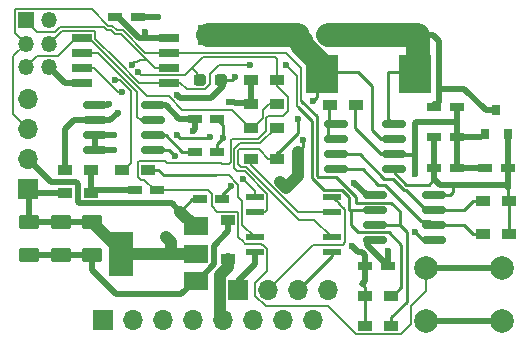
<source format=gtl>
G04 #@! TF.GenerationSoftware,KiCad,Pcbnew,7.0.1-3b83917a11~172~ubuntu20.04.1*
G04 #@! TF.CreationDate,2023-03-25T03:05:00+01:00*
G04 #@! TF.ProjectId,C64Saver2-addon,43363453-6176-4657-9232-2d6164646f6e,1.4*
G04 #@! TF.SameCoordinates,Original*
G04 #@! TF.FileFunction,Copper,L1,Top*
G04 #@! TF.FilePolarity,Positive*
%FSLAX46Y46*%
G04 Gerber Fmt 4.6, Leading zero omitted, Abs format (unit mm)*
G04 Created by KiCad (PCBNEW 7.0.1-3b83917a11~172~ubuntu20.04.1) date 2023-03-25 03:05:00*
%MOMM*%
%LPD*%
G01*
G04 APERTURE LIST*
G04 Aperture macros list*
%AMRoundRect*
0 Rectangle with rounded corners*
0 $1 Rounding radius*
0 $2 $3 $4 $5 $6 $7 $8 $9 X,Y pos of 4 corners*
0 Add a 4 corners polygon primitive as box body*
4,1,4,$2,$3,$4,$5,$6,$7,$8,$9,$2,$3,0*
0 Add four circle primitives for the rounded corners*
1,1,$1+$1,$2,$3*
1,1,$1+$1,$4,$5*
1,1,$1+$1,$6,$7*
1,1,$1+$1,$8,$9*
0 Add four rect primitives between the rounded corners*
20,1,$1+$1,$2,$3,$4,$5,0*
20,1,$1+$1,$4,$5,$6,$7,0*
20,1,$1+$1,$6,$7,$8,$9,0*
20,1,$1+$1,$8,$9,$2,$3,0*%
G04 Aperture macros list end*
G04 #@! TA.AperFunction,ComponentPad*
%ADD10C,2.000000*%
G04 #@! TD*
G04 #@! TA.AperFunction,ComponentPad*
%ADD11R,1.700000X1.700000*%
G04 #@! TD*
G04 #@! TA.AperFunction,ComponentPad*
%ADD12O,1.700000X1.700000*%
G04 #@! TD*
G04 #@! TA.AperFunction,SMDPad,CuDef*
%ADD13R,1.200000X0.750000*%
G04 #@! TD*
G04 #@! TA.AperFunction,SMDPad,CuDef*
%ADD14R,1.200000X0.900000*%
G04 #@! TD*
G04 #@! TA.AperFunction,SMDPad,CuDef*
%ADD15RoundRect,0.137500X-0.662500X-0.137500X0.662500X-0.137500X0.662500X0.137500X-0.662500X0.137500X0*%
G04 #@! TD*
G04 #@! TA.AperFunction,SMDPad,CuDef*
%ADD16RoundRect,0.137500X0.662500X0.137500X-0.662500X0.137500X-0.662500X-0.137500X0.662500X-0.137500X0*%
G04 #@! TD*
G04 #@! TA.AperFunction,SMDPad,CuDef*
%ADD17R,0.800000X0.900000*%
G04 #@! TD*
G04 #@! TA.AperFunction,ComponentPad*
%ADD18R,1.350000X1.350000*%
G04 #@! TD*
G04 #@! TA.AperFunction,ComponentPad*
%ADD19O,1.350000X1.350000*%
G04 #@! TD*
G04 #@! TA.AperFunction,SMDPad,CuDef*
%ADD20R,2.700000X3.200000*%
G04 #@! TD*
G04 #@! TA.AperFunction,SMDPad,CuDef*
%ADD21RoundRect,0.250000X0.625000X-0.375000X0.625000X0.375000X-0.625000X0.375000X-0.625000X-0.375000X0*%
G04 #@! TD*
G04 #@! TA.AperFunction,SMDPad,CuDef*
%ADD22R,2.000000X1.500000*%
G04 #@! TD*
G04 #@! TA.AperFunction,SMDPad,CuDef*
%ADD23R,2.000000X3.800000*%
G04 #@! TD*
G04 #@! TA.AperFunction,SMDPad,CuDef*
%ADD24RoundRect,0.150000X-0.825000X-0.150000X0.825000X-0.150000X0.825000X0.150000X-0.825000X0.150000X0*%
G04 #@! TD*
G04 #@! TA.AperFunction,SMDPad,CuDef*
%ADD25R,1.700000X0.650000*%
G04 #@! TD*
G04 #@! TA.AperFunction,SMDPad,CuDef*
%ADD26RoundRect,0.237500X0.287500X0.237500X-0.287500X0.237500X-0.287500X-0.237500X0.287500X-0.237500X0*%
G04 #@! TD*
G04 #@! TA.AperFunction,ViaPad*
%ADD27C,0.600000*%
G04 #@! TD*
G04 #@! TA.AperFunction,Conductor*
%ADD28C,0.250000*%
G04 #@! TD*
G04 #@! TA.AperFunction,Conductor*
%ADD29C,0.500000*%
G04 #@! TD*
G04 #@! TA.AperFunction,Conductor*
%ADD30C,0.256000*%
G04 #@! TD*
G04 #@! TA.AperFunction,Conductor*
%ADD31C,1.000000*%
G04 #@! TD*
G04 #@! TA.AperFunction,Conductor*
%ADD32C,0.127000*%
G04 #@! TD*
G04 #@! TA.AperFunction,Conductor*
%ADD33C,2.000000*%
G04 #@! TD*
G04 APERTURE END LIST*
D10*
X182372000Y-110617000D03*
X175872000Y-110617000D03*
X182372000Y-106117000D03*
X175872000Y-106117000D03*
D11*
X142240000Y-99441000D03*
D12*
X142240000Y-96901000D03*
X142240000Y-94361000D03*
X142240000Y-91821000D03*
D13*
X176598500Y-95059500D03*
X178498500Y-95059500D03*
D14*
X150200000Y-97790000D03*
X152400000Y-97790000D03*
X161096600Y-96850200D03*
X163296600Y-96850200D03*
X170010000Y-92329000D03*
X167810000Y-92329000D03*
D13*
X158242000Y-93472000D03*
X156342000Y-93472000D03*
D14*
X163322000Y-90170000D03*
X161122000Y-90170000D03*
X180743500Y-100457000D03*
X182943500Y-100457000D03*
X147574000Y-97790000D03*
X145374000Y-97790000D03*
X180743500Y-103251000D03*
X182943500Y-103251000D03*
X172974000Y-108458000D03*
X170774000Y-108458000D03*
X172974000Y-110998000D03*
X170774000Y-110998000D03*
D15*
X161418200Y-103530400D03*
X161418200Y-104800400D03*
X167918200Y-104800400D03*
X167918200Y-103530400D03*
D16*
X167917000Y-101396800D03*
X167917000Y-100126800D03*
X161417000Y-100126800D03*
X161417000Y-101396800D03*
D13*
X158242000Y-96266000D03*
X156342000Y-96266000D03*
X151262000Y-99542600D03*
X153162000Y-99542600D03*
X178498500Y-92456000D03*
X176598500Y-92456000D03*
X180916500Y-97663000D03*
X182816500Y-97663000D03*
X176598500Y-97663000D03*
X178498500Y-97663000D03*
X170754000Y-105918000D03*
X172654000Y-105918000D03*
D17*
X180916500Y-94742000D03*
X182816500Y-94742000D03*
X181866500Y-92742000D03*
D13*
X158648400Y-100304600D03*
X156748400Y-100304600D03*
D11*
X157480000Y-86360000D03*
D12*
X160020000Y-86360000D03*
X162560000Y-86360000D03*
X165100000Y-86360000D03*
X167640000Y-86360000D03*
X170180000Y-86360000D03*
X172720000Y-86360000D03*
X175260000Y-86360000D03*
D11*
X148590000Y-110490000D03*
D12*
X151130000Y-110490000D03*
X153670000Y-110490000D03*
X156210000Y-110490000D03*
X158750000Y-110490000D03*
X161290000Y-110490000D03*
X163830000Y-110490000D03*
X166370000Y-110490000D03*
D11*
X160020000Y-107950000D03*
D12*
X162560000Y-107950000D03*
X165100000Y-107950000D03*
X167640000Y-107950000D03*
D13*
X151506000Y-84836000D03*
X149606000Y-84836000D03*
D14*
X145331000Y-99745800D03*
X147531000Y-99745800D03*
D18*
X142018000Y-85122000D03*
D19*
X144018000Y-85122000D03*
X142018000Y-87122000D03*
X144018000Y-87122000D03*
X142018000Y-89122000D03*
X144018000Y-89122000D03*
D20*
X167106000Y-89662000D03*
X175006000Y-89662000D03*
D14*
X161122000Y-94234000D03*
X163322000Y-94234000D03*
X163322000Y-92202000D03*
X161122000Y-92202000D03*
D21*
X142316000Y-104984000D03*
X142316000Y-102184000D03*
X147599400Y-104984000D03*
X147599400Y-102184000D03*
X144983200Y-104984000D03*
X144983200Y-102184000D03*
D22*
X156414000Y-107202000D03*
X156414000Y-104902000D03*
D23*
X150114000Y-104902000D03*
D22*
X156414000Y-102602000D03*
D14*
X159156400Y-102069900D03*
X159156400Y-105369900D03*
D24*
X168249600Y-93967300D03*
X168249600Y-95237300D03*
X168249600Y-96507300D03*
X168249600Y-97777300D03*
X173199600Y-97777300D03*
X173199600Y-96507300D03*
X173199600Y-95237300D03*
X173199600Y-93967300D03*
X171615100Y-99936300D03*
X171615100Y-101206300D03*
X171615100Y-102476300D03*
X171615100Y-103746300D03*
X176565100Y-103746300D03*
X176565100Y-102476300D03*
X176565100Y-101206300D03*
X176565100Y-99936300D03*
D25*
X146812000Y-86614000D03*
X146812000Y-87884000D03*
X146812000Y-89154000D03*
X146812000Y-90424000D03*
X154112000Y-90424000D03*
X154112000Y-89154000D03*
X154112000Y-87884000D03*
X154112000Y-86614000D03*
D24*
X147878800Y-92329000D03*
X147878800Y-93599000D03*
X147878800Y-94869000D03*
X147878800Y-96139000D03*
X152828800Y-96139000D03*
X152828800Y-94869000D03*
X152828800Y-93599000D03*
X152828800Y-92329000D03*
D26*
X158525000Y-90170000D03*
X156775000Y-90170000D03*
D27*
X152146000Y-86106000D03*
X159250326Y-92075000D03*
X169672000Y-104267000D03*
X156210000Y-94488000D03*
X169799000Y-98933000D03*
X155067000Y-101346000D03*
X166370000Y-91948000D03*
X165039058Y-93532942D03*
X161036000Y-88900000D03*
X164084000Y-88900000D03*
X150202809Y-91195548D03*
X151522215Y-89523785D03*
X149479000Y-94869000D03*
X149479000Y-96139000D03*
X149796283Y-92964000D03*
X149034283Y-92202000D03*
X159766000Y-89916000D03*
X153187400Y-84836000D03*
X163576000Y-98806000D03*
X165481000Y-95250000D03*
X164084000Y-99314000D03*
X154813000Y-94869000D03*
X165100000Y-96266000D03*
X157607000Y-94996000D03*
X154686000Y-96647000D03*
X154813000Y-91440000D03*
X158750000Y-95123000D03*
X159367898Y-99204102D03*
X172654000Y-104714000D03*
X160404486Y-98570729D03*
X153924000Y-103505000D03*
X175006000Y-103060500D03*
X175006000Y-98171000D03*
X151003000Y-88900000D03*
X149606000Y-90170000D03*
D28*
X170520000Y-107442000D02*
X170774000Y-107696000D01*
D29*
X170754000Y-105043000D02*
X170486000Y-104775000D01*
X170486000Y-104775000D02*
X170180000Y-104775000D01*
X154112000Y-86614000D02*
X152146000Y-86614000D01*
D28*
X170774000Y-107696000D02*
X170774000Y-108458000D01*
D29*
X170180000Y-104775000D02*
X169672000Y-104267000D01*
D28*
X170774000Y-110298000D02*
X170774000Y-108458000D01*
D29*
X156342000Y-93472000D02*
X155003500Y-93472000D01*
X170754000Y-105918000D02*
X170754000Y-105043000D01*
X155003500Y-93472000D02*
X153860500Y-92329000D01*
D28*
X170774000Y-110998000D02*
X170774000Y-110298000D01*
D29*
X144184799Y-98845799D02*
X146291001Y-98845799D01*
X146570999Y-100645801D02*
X154366801Y-100645801D01*
X170520000Y-107442000D02*
X170754000Y-107208000D01*
X156342000Y-93472000D02*
X156342000Y-94356000D01*
X146480999Y-99035797D02*
X146480999Y-100555801D01*
X154366801Y-100645801D02*
X155067000Y-101346000D01*
X149831000Y-84836000D02*
X151609000Y-86614000D01*
X151609000Y-86614000D02*
X152762000Y-86614000D01*
D30*
X156108400Y-100304600D02*
X155067000Y-101346000D01*
D29*
X153860500Y-92329000D02*
X153543000Y-92329000D01*
X152762000Y-86614000D02*
X154112000Y-86614000D01*
X169799000Y-98933000D02*
X170942000Y-99949000D01*
X152146000Y-86614000D02*
X152146000Y-86106000D01*
X142240000Y-96901000D02*
X144184799Y-98845799D01*
X146291001Y-98845799D02*
X146480999Y-99035797D01*
X170486000Y-104775000D02*
X170307000Y-104775000D01*
D31*
X156414000Y-102602000D02*
X156323000Y-102602000D01*
D30*
X156748400Y-100304600D02*
X156108400Y-100304600D01*
D29*
X159250326Y-92075000D02*
X161122000Y-92202000D01*
X156342000Y-94356000D02*
X156210000Y-94488000D01*
X146480999Y-100555801D02*
X146570999Y-100645801D01*
X161122000Y-90170000D02*
X161122000Y-92202000D01*
X170754000Y-107208000D02*
X170754000Y-105918000D01*
D31*
X156323000Y-102602000D02*
X155067000Y-101346000D01*
D32*
X161731400Y-96012000D02*
X161856099Y-96136699D01*
D28*
X166370000Y-91948000D02*
X166669999Y-91648001D01*
D33*
X165100000Y-86614000D02*
X165439990Y-86953990D01*
D28*
X172124600Y-95237300D02*
X173199600Y-95237300D01*
X163472000Y-96266000D02*
X165039058Y-94698942D01*
D32*
X165135456Y-102015679D02*
X160683478Y-97563701D01*
D33*
X165439990Y-87271273D02*
X167106000Y-88937283D01*
X160020000Y-86360000D02*
X162560000Y-86360000D01*
X167106000Y-88937283D02*
X167106000Y-89535000D01*
D32*
X161856099Y-96136699D02*
X162569600Y-96850200D01*
X160020000Y-96139000D02*
X160147000Y-96012000D01*
X167918200Y-103530400D02*
X166403479Y-102015679D01*
D28*
X170180000Y-89535000D02*
X171323000Y-90678000D01*
X163296600Y-96291400D02*
X163322000Y-96266000D01*
D32*
X160020000Y-97282000D02*
X160020000Y-96139000D01*
D33*
X157480000Y-86360000D02*
X160020000Y-86360000D01*
D32*
X166403479Y-102015679D02*
X165135456Y-102015679D01*
D28*
X171323000Y-94435700D02*
X172124600Y-95237300D01*
D33*
X162560000Y-86360000D02*
X165100000Y-86360000D01*
D32*
X160683478Y-97563701D02*
X160285799Y-97563701D01*
D28*
X166669999Y-89971001D02*
X167106000Y-89535000D01*
D32*
X160285799Y-97563701D02*
X160020000Y-97297902D01*
D28*
X171323000Y-90678000D02*
X171323000Y-94435700D01*
X165039058Y-94698942D02*
X165039058Y-93532942D01*
X163296600Y-96850200D02*
X163296600Y-96291400D01*
X163322000Y-96266000D02*
X163472000Y-96266000D01*
D33*
X165100000Y-86360000D02*
X165100000Y-86614000D01*
D32*
X162569600Y-96850200D02*
X163296600Y-96850200D01*
D33*
X165439990Y-86953990D02*
X165439990Y-87271273D01*
D28*
X166669999Y-91648001D02*
X166669999Y-89971001D01*
X167106000Y-89535000D02*
X170180000Y-89535000D01*
D32*
X160147000Y-96012000D02*
X161731400Y-96012000D01*
D28*
X165100000Y-107950000D02*
X167918200Y-105131800D01*
X167918200Y-105131800D02*
X167918200Y-104800400D01*
D32*
X169062400Y-103911400D02*
X169062400Y-101412836D01*
X162560000Y-107950000D02*
X166379590Y-104130410D01*
X168652557Y-100765243D02*
X168359824Y-100472510D01*
X168262710Y-100472510D02*
X168359824Y-100472510D01*
X168843390Y-104130410D02*
X169062400Y-103911400D01*
X169029490Y-101379926D02*
X169029490Y-101142176D01*
X169062400Y-101412836D02*
X169029490Y-101379926D01*
X166379590Y-104130410D02*
X168843390Y-104130410D01*
X168359824Y-100472510D02*
X168980510Y-101093196D01*
X167917000Y-100126800D02*
X168262710Y-100472510D01*
X169029490Y-101142176D02*
X168652557Y-100765243D01*
X152307484Y-91567000D02*
X154143797Y-91567000D01*
X146287000Y-86614000D02*
X146812000Y-86614000D01*
X144780000Y-88138000D02*
X143002000Y-88138000D01*
X154143797Y-91567000D02*
X155286797Y-92710000D01*
X162065292Y-92731708D02*
X162595000Y-92202000D01*
X155286797Y-92710000D02*
X159448000Y-92710000D01*
X162595000Y-92202000D02*
X163322000Y-92202000D01*
X146812000Y-86614000D02*
X146304000Y-86614000D01*
X161122000Y-94234000D02*
X161272000Y-94234000D01*
X160972000Y-94234000D02*
X161122000Y-94234000D01*
X162065292Y-93440708D02*
X162065292Y-92731708D01*
X143002000Y-88138000D02*
X142018000Y-89122000D01*
X159448000Y-92710000D02*
X160972000Y-94234000D01*
X161272000Y-94234000D02*
X162065292Y-93440708D01*
X147354484Y-86614000D02*
X152307484Y-91567000D01*
X146304000Y-86614000D02*
X144780000Y-88138000D01*
X146812000Y-86614000D02*
X147354484Y-86614000D01*
X167917000Y-101396800D02*
X165066200Y-101396800D01*
X165066200Y-101396800D02*
X161096600Y-97427200D01*
X161096600Y-97427200D02*
X161096600Y-96850200D01*
X160346912Y-102459112D02*
X160346912Y-100402912D01*
D28*
X153714711Y-98254711D02*
X158090823Y-98254711D01*
D32*
X159214711Y-98254711D02*
X158090823Y-98254711D01*
X160020000Y-99060000D02*
X159214711Y-98254711D01*
D28*
X152400000Y-97790000D02*
X153250000Y-97790000D01*
D32*
X161418200Y-103530400D02*
X160346912Y-102459112D01*
X160346912Y-100402912D02*
X160020000Y-100076000D01*
X160020000Y-100076000D02*
X160020000Y-99060000D01*
D28*
X153250000Y-97790000D02*
X153714711Y-98254711D01*
D29*
X177038000Y-90932000D02*
X177038000Y-92075000D01*
X180966500Y-92742000D02*
X179156500Y-90932000D01*
X176979500Y-92075000D02*
X176598500Y-92456000D01*
X179156500Y-90932000D02*
X177927000Y-90932000D01*
X177038000Y-86935919D02*
X177038000Y-90932000D01*
X177927000Y-90932000D02*
X177038000Y-90932000D01*
D28*
X172720000Y-93487700D02*
X173199600Y-93967300D01*
X175006000Y-89535000D02*
X172720000Y-89535000D01*
X172720000Y-89535000D02*
X172720000Y-93487700D01*
D29*
X176598500Y-92456000D02*
X176598500Y-92260500D01*
X176462081Y-86360000D02*
X177038000Y-86935919D01*
D33*
X172720000Y-86360000D02*
X175260000Y-86360000D01*
D29*
X181866500Y-92742000D02*
X180966500Y-92742000D01*
D33*
X175260000Y-89281000D02*
X175006000Y-89535000D01*
D29*
X177038000Y-92075000D02*
X176979500Y-92075000D01*
D33*
X175260000Y-86360000D02*
X175260000Y-89281000D01*
D29*
X175260000Y-86360000D02*
X176462081Y-86360000D01*
D33*
X170180000Y-86360000D02*
X167640000Y-86360000D01*
X172720000Y-86360000D02*
X170180000Y-86360000D01*
D28*
X180743500Y-103251000D02*
X179893500Y-103251000D01*
X170548300Y-97777300D02*
X168249600Y-97777300D01*
X172466000Y-99060000D02*
X171831000Y-99060000D01*
X176194390Y-102105590D02*
X175511590Y-102105590D01*
X175511590Y-102105590D02*
X172466000Y-99060000D01*
X177292000Y-102489000D02*
X176274590Y-102489000D01*
X177292000Y-102489000D02*
X179131500Y-102489000D01*
X179131500Y-102489000D02*
X179893500Y-103251000D01*
X176565100Y-102476300D02*
X176194390Y-102105590D01*
X171831000Y-99060000D02*
X170548300Y-97777300D01*
X176565100Y-101206300D02*
X175881610Y-101206300D01*
X172333266Y-98557734D02*
X170282832Y-96507300D01*
X173106044Y-98557734D02*
X172333266Y-98557734D01*
X178113500Y-101219000D02*
X177292000Y-101219000D01*
X180743500Y-100457000D02*
X179893500Y-100457000D01*
X179893500Y-100457000D02*
X179131500Y-101219000D01*
X174184811Y-99509501D02*
X174057811Y-99509501D01*
X179131500Y-101219000D02*
X178113500Y-101219000D01*
X174057811Y-99509501D02*
X173106044Y-98557734D01*
X175881610Y-101206300D02*
X174184811Y-99509501D01*
X170282832Y-96507300D02*
X168249600Y-96507300D01*
D29*
X159156400Y-102971600D02*
X159156400Y-102069900D01*
X155183000Y-108331000D02*
X156312000Y-107202000D01*
X157988000Y-105791000D02*
X157988000Y-104267000D01*
X156562000Y-107202000D02*
X157988000Y-105791000D01*
X147599400Y-106289400D02*
X149641000Y-108331000D01*
X142316000Y-104984000D02*
X144983200Y-104984000D01*
X144983200Y-104984000D02*
X147599400Y-104984000D01*
X149641000Y-108331000D02*
X155183000Y-108331000D01*
X147599400Y-104984000D02*
X147599400Y-106289400D01*
X156312000Y-107202000D02*
X156562000Y-107202000D01*
X157988000Y-104267000D02*
X159156400Y-102971600D01*
D28*
X172974000Y-110298000D02*
X174274010Y-108997990D01*
D32*
X142240000Y-94361000D02*
X140970000Y-93091000D01*
D28*
X166680000Y-98304002D02*
X166778308Y-98402310D01*
D32*
X141079499Y-84236199D02*
X141132199Y-84183499D01*
X154112000Y-87884000D02*
X164084000Y-87884000D01*
X164084000Y-87884000D02*
X165354000Y-89154000D01*
D28*
X169974092Y-100093393D02*
X169974092Y-100581290D01*
D32*
X149352000Y-85598000D02*
X149729606Y-85975606D01*
X147592420Y-84183499D02*
X149006921Y-85598000D01*
D28*
X166778308Y-98402310D02*
X168283008Y-98402310D01*
D32*
X141132199Y-84183499D02*
X147592420Y-84183499D01*
D28*
X172971290Y-100581290D02*
X173723300Y-101333300D01*
D32*
X140970000Y-88170000D02*
X142018000Y-87122000D01*
X149006921Y-85598000D02*
X149352000Y-85598000D01*
D28*
X168283008Y-98402310D02*
X169974092Y-100093393D01*
X169974092Y-100581290D02*
X172971290Y-100581290D01*
X166679999Y-93273999D02*
X166680000Y-98304002D01*
X172974000Y-110998000D02*
X172974000Y-110298000D01*
D32*
X149729606Y-85975606D02*
X150244394Y-85975606D01*
X150244394Y-85975606D02*
X152152788Y-87884000D01*
X142018000Y-87122000D02*
X141079499Y-86183499D01*
D28*
X165354000Y-91948000D02*
X166679999Y-93273999D01*
D32*
X140970000Y-93091000D02*
X140970000Y-88170000D01*
X141079499Y-86183499D02*
X141079499Y-84236199D01*
D28*
X174274010Y-108997990D02*
X174274010Y-103027010D01*
D32*
X165354000Y-89154000D02*
X165354000Y-91948000D01*
D28*
X174274010Y-103027010D02*
X173723300Y-102476300D01*
X173723300Y-101333300D02*
X173723300Y-102476300D01*
D32*
X152152788Y-87884000D02*
X154112000Y-87884000D01*
D28*
X173723300Y-102476300D02*
X171615100Y-102476300D01*
X165100000Y-92507411D02*
X166229989Y-93637400D01*
D32*
X149733000Y-88519000D02*
X147925500Y-86711500D01*
X165026990Y-91378501D02*
X165026990Y-89842990D01*
D28*
X169527111Y-101328111D02*
X169527111Y-102484613D01*
X173824000Y-104191998D02*
X173824000Y-107758000D01*
D32*
X158373980Y-88900000D02*
X161036000Y-88900000D01*
D28*
X169527111Y-102484613D02*
X170143808Y-103101310D01*
D32*
X154112000Y-90424000D02*
X155101203Y-90424000D01*
D28*
X169418000Y-101219000D02*
X169527111Y-101328111D01*
X173124000Y-108458000D02*
X172974000Y-108458000D01*
X166229989Y-93637400D02*
X166229989Y-98490401D01*
D32*
X157607000Y-90571538D02*
X157607000Y-89666980D01*
D28*
X169349311Y-100105023D02*
X169349311Y-100651674D01*
X169349311Y-100651674D02*
X169418000Y-100720363D01*
D32*
X164965491Y-92372902D02*
X165100000Y-92507411D01*
X154112000Y-90424000D02*
X151626226Y-90424000D01*
X165026990Y-89842990D02*
X164084000Y-88900000D01*
D28*
X170942000Y-101219000D02*
X169672000Y-101219000D01*
X167266378Y-99526790D02*
X168771078Y-99526790D01*
D32*
X164965491Y-91440000D02*
X164965491Y-92372902D01*
D28*
X172733312Y-103101310D02*
X173824000Y-104191998D01*
D32*
X155101203Y-90424000D02*
X155652693Y-90975490D01*
X145114501Y-86025499D02*
X144018000Y-87122000D01*
X155652693Y-90975490D02*
X157203048Y-90975490D01*
X147925500Y-86122999D02*
X147828000Y-86025499D01*
D28*
X144526000Y-87344000D02*
X144381592Y-87344000D01*
D32*
X165026990Y-91378501D02*
X164965491Y-91440000D01*
D28*
X173824000Y-107758000D02*
X173124000Y-108458000D01*
X169672000Y-101219000D02*
X169418000Y-101219000D01*
X170143808Y-103101310D02*
X172733312Y-103101310D01*
D32*
X147828000Y-86025499D02*
X145114501Y-86025499D01*
X157203048Y-90975490D02*
X157607000Y-90571538D01*
D28*
X166229989Y-98490401D02*
X167266378Y-99526790D01*
D32*
X149733000Y-88530774D02*
X149733000Y-88519000D01*
D28*
X168771078Y-99526790D02*
X169349311Y-100105023D01*
D32*
X151626226Y-90424000D02*
X149733000Y-88530774D01*
X144526000Y-87344000D02*
X144304000Y-87344000D01*
X157607000Y-89666980D02*
X158373980Y-88900000D01*
X147925500Y-86711500D02*
X147925500Y-86122999D01*
D28*
X169418000Y-100720363D02*
X169418000Y-101219000D01*
D32*
X152937000Y-99542600D02*
X153162000Y-99542600D01*
X148082000Y-89442910D02*
X148082000Y-89408000D01*
X159366998Y-97173002D02*
X159258000Y-97282000D01*
X163141010Y-88211010D02*
X157053990Y-88211010D01*
X159967201Y-101356399D02*
X160019901Y-101409099D01*
X151739449Y-98653751D02*
X152048151Y-98653751D01*
X160019901Y-103499215D02*
X160467343Y-103946657D01*
X160019901Y-101409099D02*
X160019901Y-103499215D01*
X158605758Y-97264758D02*
X158604998Y-97265518D01*
X149834638Y-91195548D02*
X148082000Y-89442910D01*
X158623000Y-97282000D02*
X158605758Y-97264758D01*
X161703312Y-95176990D02*
X159458010Y-95176990D01*
X161446499Y-107415519D02*
X161446499Y-108484481D01*
X155522499Y-89742501D02*
X151740931Y-89742501D01*
X174608499Y-109325401D02*
X175872000Y-108061900D01*
X163322000Y-90170000D02*
X163322000Y-88392000D01*
X162481710Y-104496796D02*
X162481710Y-106380308D01*
X160589586Y-104068900D02*
X160467343Y-103946657D01*
X167628197Y-109376499D02*
X169963199Y-111711501D01*
X163322000Y-90747000D02*
X163322000Y-90170000D01*
X148082000Y-89408000D02*
X147828000Y-89154000D01*
X157784899Y-100890401D02*
X158250897Y-101356399D01*
X152048151Y-98653751D02*
X152937000Y-99542600D01*
X156873000Y-88392000D02*
X156111000Y-89154000D01*
X156550000Y-89593000D02*
X156111000Y-89154000D01*
X163322000Y-88392000D02*
X163141010Y-88211010D01*
X157784899Y-99891797D02*
X157784899Y-100890401D01*
X161446499Y-108484481D02*
X162338517Y-109376499D01*
X157053990Y-88211010D02*
X156873000Y-88392000D01*
X157435702Y-99542600D02*
X157784899Y-99891797D01*
X163830302Y-93218000D02*
X164185501Y-92862801D01*
X174608499Y-110887803D02*
X174608499Y-109325401D01*
X164185501Y-91610501D02*
X163322000Y-90747000D01*
X161980900Y-104068900D02*
X160589586Y-104068900D01*
X153162000Y-99542600D02*
X157435702Y-99542600D01*
X161703312Y-95176990D02*
X162392302Y-94488000D01*
X162481710Y-104496796D02*
X162124914Y-104140000D01*
X158250897Y-101356399D02*
X159967201Y-101356399D01*
X159258000Y-97282000D02*
X158623000Y-97282000D01*
X164185501Y-92862801D02*
X164185501Y-91610501D01*
X156111000Y-89154000D02*
X155522499Y-89742501D01*
X162052000Y-104140000D02*
X161980900Y-104068900D01*
D29*
X175872000Y-106117000D02*
X182372000Y-106117000D01*
D32*
X162560000Y-93218000D02*
X163830302Y-93218000D01*
X169963199Y-111711501D02*
X173784801Y-111711501D01*
X162481710Y-106380308D02*
X161446499Y-107415519D01*
X162124914Y-104140000D02*
X162052000Y-104140000D01*
X175872000Y-108061900D02*
X175872000Y-106117000D01*
X159385000Y-95850516D02*
X159366998Y-95868518D01*
X151536499Y-97129199D02*
X151536499Y-98450801D01*
X151740931Y-89742501D02*
X151522215Y-89523785D01*
X147828000Y-89154000D02*
X146812000Y-89154000D01*
X150202809Y-91195548D02*
X149834638Y-91195548D01*
X162338517Y-109376499D02*
X167628197Y-109376499D01*
X151536499Y-98450801D02*
X151739449Y-98653751D01*
X162392302Y-93385698D02*
X162560000Y-93218000D01*
X153983718Y-97265518D02*
X153794699Y-97076499D01*
X159458010Y-95176990D02*
X159385000Y-95250000D01*
X153794699Y-97076499D02*
X151589199Y-97076499D01*
X158604998Y-97265518D02*
X153983718Y-97265518D01*
X162392302Y-94488000D02*
X162392302Y-93385698D01*
X159366998Y-95868518D02*
X159366998Y-97173002D01*
X156550000Y-90170000D02*
X156550000Y-89593000D01*
X151589199Y-97076499D02*
X151536499Y-97129199D01*
X159385000Y-95250000D02*
X159385000Y-95850516D01*
X173784801Y-111711501D02*
X174608499Y-110887803D01*
X151460200Y-93305400D02*
X151460200Y-91194287D01*
X151753800Y-93599000D02*
X151460200Y-93305400D01*
X152828800Y-93599000D02*
X151753800Y-93599000D01*
X148149913Y-87884000D02*
X146812000Y-87884000D01*
X151460200Y-91194287D02*
X148149913Y-87884000D01*
D29*
X147878800Y-96139000D02*
X149479000Y-96139000D01*
X147878800Y-94869000D02*
X147878800Y-96139000D01*
X147193000Y-94869000D02*
X148590000Y-94869000D01*
X147193000Y-96139000D02*
X148590000Y-96139000D01*
X147878800Y-94869000D02*
X149479000Y-94869000D01*
D31*
X158750000Y-110490000D02*
X158470000Y-110210000D01*
D29*
X147193000Y-92329000D02*
X148907283Y-92329000D01*
X145374000Y-94346500D02*
X146121500Y-93599000D01*
D31*
X159156400Y-106050397D02*
X159156400Y-105369900D01*
D29*
X147193000Y-93599000D02*
X149161283Y-93599000D01*
D31*
X158470000Y-106736797D02*
X159156400Y-106050397D01*
D29*
X149161283Y-93599000D02*
X149796283Y-92964000D01*
X146121500Y-93599000D02*
X147193000Y-93599000D01*
X148907283Y-92329000D02*
X149034283Y-92202000D01*
X145374000Y-97790000D02*
X145374000Y-94346500D01*
D31*
X158470000Y-110210000D02*
X158470000Y-106736797D01*
D29*
X170942000Y-103759000D02*
X170942000Y-104206000D01*
X142316000Y-102184000D02*
X144983200Y-102184000D01*
D30*
X158750000Y-93980000D02*
X158242000Y-93472000D01*
D32*
X161417000Y-99583243D02*
X160404486Y-98570729D01*
D29*
X157734000Y-91694000D02*
X155067000Y-91694000D01*
D30*
X158648400Y-99923600D02*
X159367898Y-99204102D01*
D29*
X142316200Y-99517200D02*
X142240000Y-99441000D01*
D30*
X152828800Y-96139000D02*
X154178000Y-96139000D01*
D31*
X150114000Y-104698600D02*
X147599400Y-102184000D01*
X150114000Y-104902000D02*
X154305000Y-104902000D01*
D30*
X157487500Y-95115500D02*
X157607000Y-94996000D01*
X154813000Y-94869000D02*
X155059500Y-95115500D01*
D31*
X164084000Y-99314000D02*
X163576000Y-98806000D01*
D29*
X145320000Y-90424000D02*
X144018000Y-89122000D01*
D30*
X158750000Y-95123000D02*
X158750000Y-93980000D01*
X155059500Y-95115500D02*
X157487500Y-95115500D01*
X154178000Y-96139000D02*
X154686000Y-96647000D01*
D31*
X154305000Y-104902000D02*
X156414000Y-104902000D01*
D28*
X165481000Y-95885000D02*
X165100000Y-96266000D01*
D29*
X145331000Y-99745800D02*
X142544800Y-99745800D01*
X158750000Y-90170000D02*
X158750000Y-90678000D01*
X158750000Y-90678000D02*
X157734000Y-91694000D01*
D32*
X161417000Y-100126800D02*
X161417000Y-99583243D01*
D29*
X172654000Y-104714000D02*
X172654000Y-105918000D01*
X142544800Y-99745800D02*
X142240000Y-99441000D01*
X160020000Y-107950000D02*
X160020000Y-107188000D01*
X144983200Y-102184000D02*
X147599400Y-102184000D01*
X160020000Y-107188000D02*
X161418200Y-105789800D01*
D31*
X154305000Y-104902000D02*
X154305000Y-103886000D01*
D29*
X155067000Y-91694000D02*
X154813000Y-91440000D01*
X175872000Y-110617000D02*
X182372000Y-110617000D01*
X142316200Y-102184200D02*
X142316200Y-99517200D01*
X170942000Y-104206000D02*
X172654000Y-105918000D01*
X142367000Y-99568000D02*
X142240000Y-99441000D01*
D28*
X165481000Y-95250000D02*
X165481000Y-95885000D01*
D30*
X158648400Y-100304600D02*
X158648400Y-99923600D01*
X158525000Y-90170000D02*
X159512000Y-90170000D01*
D29*
X153187400Y-84836000D02*
X151506000Y-84836000D01*
X146812000Y-90424000D02*
X145320000Y-90424000D01*
D30*
X159512000Y-90170000D02*
X159766000Y-89916000D01*
D31*
X165100000Y-96266000D02*
X165100000Y-98298000D01*
D30*
X158242000Y-96266000D02*
X158242000Y-95631000D01*
D31*
X150114000Y-104902000D02*
X150114000Y-104698600D01*
X165100000Y-98298000D02*
X164084000Y-99314000D01*
X154305000Y-103886000D02*
X153924000Y-103505000D01*
D30*
X158242000Y-95631000D02*
X158750000Y-95123000D01*
D29*
X161418200Y-105789800D02*
X161418200Y-104800400D01*
D28*
X173926500Y-96520000D02*
X174748000Y-96520000D01*
X173926500Y-96520000D02*
X173609000Y-96520000D01*
D29*
X178498500Y-93726000D02*
X178498500Y-92456000D01*
D28*
X169903500Y-94286200D02*
X172124600Y-96507300D01*
D29*
X178498500Y-93980000D02*
X178498500Y-93726000D01*
X175133000Y-93726000D02*
X178498500Y-93726000D01*
D28*
X177292000Y-103759000D02*
X175704500Y-103759000D01*
D29*
X178498500Y-97663000D02*
X180916500Y-97663000D01*
D28*
X175006000Y-96507300D02*
X173199600Y-96507300D01*
D29*
X178498500Y-96583500D02*
X178498500Y-95059500D01*
D28*
X175577500Y-103632000D02*
X175006000Y-103060500D01*
D29*
X175006000Y-93853000D02*
X175133000Y-93726000D01*
X178498500Y-95059500D02*
X178498500Y-93980000D01*
X175006000Y-98171000D02*
X175006000Y-93853000D01*
D28*
X175704500Y-103759000D02*
X175577500Y-103632000D01*
X172124600Y-96507300D02*
X173199600Y-96507300D01*
X173926500Y-96520000D02*
X173458000Y-96520000D01*
D29*
X178498500Y-97663000D02*
X178498500Y-96583500D01*
X178498500Y-95059500D02*
X180599000Y-95059500D01*
X180599000Y-95059500D02*
X180916500Y-94742000D01*
D28*
X169903500Y-92265500D02*
X169903500Y-94286200D01*
X176598500Y-98483500D02*
X176149000Y-99060000D01*
D29*
X177101500Y-99060000D02*
X178189000Y-99060000D01*
D28*
X173199600Y-98015600D02*
X173199600Y-97777300D01*
X176149000Y-99060000D02*
X174244000Y-99060000D01*
D29*
X176598500Y-98557000D02*
X176598500Y-97663000D01*
X182816500Y-97663000D02*
X182816500Y-98538000D01*
X176598500Y-97663000D02*
X176598500Y-95059500D01*
D28*
X178189000Y-99703000D02*
X177955700Y-99936300D01*
X174244000Y-99060000D02*
X173199600Y-98015600D01*
D29*
X182816500Y-99060000D02*
X182816500Y-99314000D01*
D28*
X182943500Y-103251000D02*
X182943500Y-100457000D01*
D29*
X182816500Y-94742000D02*
X182816500Y-97663000D01*
X182816500Y-98538000D02*
X182816500Y-99060000D01*
D28*
X177955700Y-99936300D02*
X176565100Y-99936300D01*
X182816500Y-99314000D02*
X182816500Y-100330000D01*
D29*
X182816500Y-99060000D02*
X178189000Y-99060000D01*
X176598500Y-98557000D02*
X177101500Y-99060000D01*
D28*
X178189000Y-99060000D02*
X178189000Y-99703000D01*
D29*
X182816500Y-100330000D02*
X182943500Y-100457000D01*
X147574000Y-99702800D02*
X147531000Y-99745800D01*
X147734200Y-99542600D02*
X147531000Y-99745800D01*
X147574000Y-97790000D02*
X147574000Y-99702800D01*
X151262000Y-99542600D02*
X147734200Y-99542600D01*
D32*
X152960328Y-89154000D02*
X152273000Y-88466672D01*
X149594155Y-86302616D02*
X150108944Y-86302616D01*
X150927000Y-91563695D02*
X150927000Y-91122829D01*
X148644950Y-85698489D02*
X148871469Y-85925008D01*
X142018000Y-85122000D02*
X143002000Y-86106000D01*
X144526000Y-86106000D02*
X144933511Y-85698489D01*
X148871469Y-85925008D02*
X149216547Y-85925008D01*
X151460523Y-88718000D02*
X151185000Y-88718000D01*
X149216547Y-85925008D02*
X149594155Y-86302616D01*
X150350000Y-97790000D02*
X150927000Y-97213000D01*
X154112000Y-89154000D02*
X152960328Y-89154000D01*
X150108944Y-86302616D02*
X152273000Y-88466672D01*
X151711851Y-88466672D02*
X151460523Y-88718000D01*
X143002000Y-86106000D02*
X144526000Y-86106000D01*
X151185000Y-88718000D02*
X151003000Y-88900000D01*
X152273000Y-88466672D02*
X151711851Y-88466672D01*
X149974171Y-90170000D02*
X149606000Y-90170000D01*
X144933511Y-85698489D02*
X148644950Y-85698489D01*
X150200000Y-97790000D02*
X150350000Y-97790000D01*
X150927000Y-97213000D02*
X150927000Y-91563695D01*
X150927000Y-91122829D02*
X149974171Y-90170000D01*
D28*
X156342000Y-96266000D02*
X155257500Y-96266000D01*
X153670000Y-94996000D02*
X153543000Y-94869000D01*
X155257500Y-96266000D02*
X153860500Y-94869000D01*
X153860500Y-94869000D02*
X153543000Y-94869000D01*
D32*
X161867500Y-95538500D02*
X160158758Y-95538500D01*
X160548026Y-97890712D02*
X162480510Y-99823196D01*
X162317000Y-101396800D02*
X161417000Y-101396800D01*
X159693499Y-97671241D02*
X159912970Y-97890712D01*
X162480510Y-99823196D02*
X162480510Y-101233290D01*
X162480510Y-101233290D02*
X162317000Y-101396800D01*
X160158758Y-95538500D02*
X159693499Y-96003759D01*
X163172000Y-94234000D02*
X161867500Y-95538500D01*
X159912970Y-97890712D02*
X160548026Y-97890712D01*
X159693499Y-96003759D02*
X159693499Y-97671241D01*
X163322000Y-94234000D02*
X163172000Y-94234000D01*
D28*
X167703500Y-93853000D02*
X167576500Y-93980000D01*
X167576500Y-95250000D02*
X167576500Y-93980000D01*
X167703500Y-92265500D02*
X167703500Y-93853000D01*
M02*

</source>
